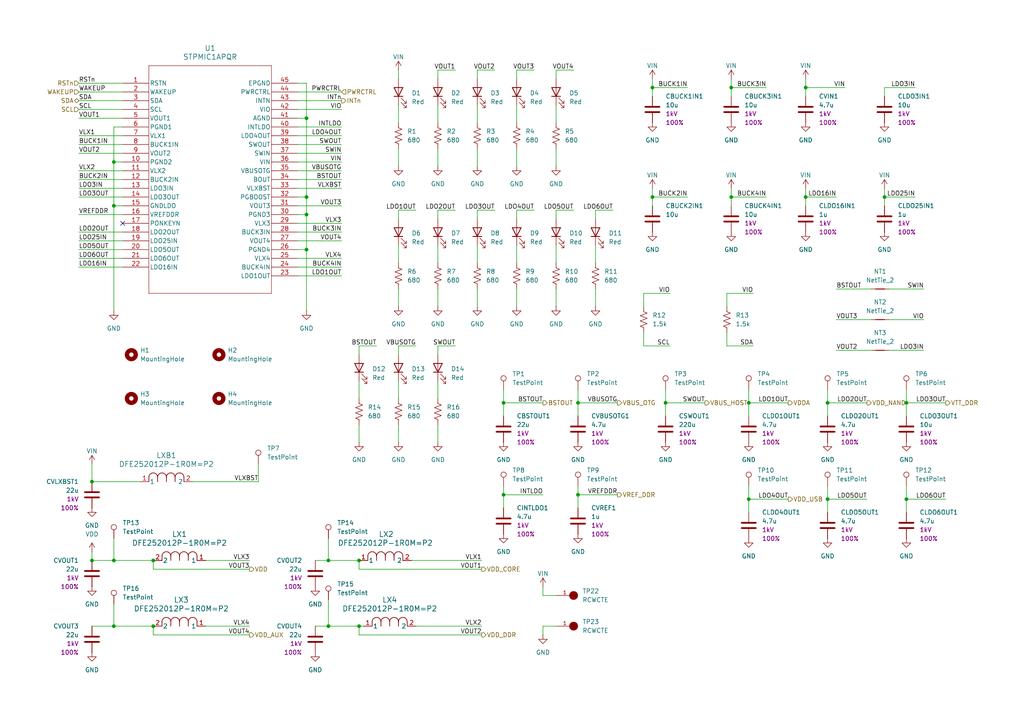
<source format=kicad_sch>
(kicad_sch (version 20231120) (generator "eeschema") (generator_version "8.0")
  (paper "A4")
  (bus_alias "BSTOUT" (members "SWIN"))
  (junction (at 95.25 181.61))
  (junction (at 146.05 143.51))
  (junction (at 167.64 143.51))
  (junction (at 33.02 181.61))
  (junction (at 262.89 116.84))
  (junction (at 189.23 25.4))
  (junction (at 212.09 57.15))
  (junction (at 33.02 59.69))
  (junction (at 44.45 181.61))
  (junction (at 217.17 144.78))
  (junction (at 33.02 46.99))
  (junction (at 44.45 162.56))
  (junction (at 88.9 72.39))
  (junction (at 217.17 116.84))
  (junction (at 88.9 34.29))
  (junction (at 26.67 139.7))
  (junction (at 193.04 116.84))
  (junction (at 189.23 57.15))
  (junction (at 104.14 181.61))
  (junction (at 88.9 57.15))
  (junction (at 88.9 62.23))
  (junction (at 240.03 116.84))
  (junction (at 26.67 162.56))
  (junction (at 256.54 57.15))
  (junction (at 104.14 162.56))
  (junction (at 262.89 144.78))
  (junction (at 146.05 116.84))
  (junction (at 233.68 25.4))
  (junction (at 167.64 116.84))
  (junction (at 212.09 25.4))
  (junction (at 240.03 144.78))
  (junction (at 233.68 57.15))
  (junction (at 95.25 162.56))
  (junction (at 33.02 162.56))
  (no_connect (at 35.56 64.77))
  (wire (pts (xy 26.67 160.02) (xy 26.67 162.56)))
  (wire (pts (xy 35.56 36.83) (xy 33.02 36.83)))
  (wire (pts (xy 86.36 31.75) (xy 99.06 31.75)))
  (wire (pts (xy 22.86 49.53) (xy 35.56 49.53)))
  (wire (pts (xy 86.36 26.67) (xy 99.06 26.67)))
  (wire (pts (xy 189.23 57.15) (xy 199.39 57.15)))
  (wire (pts (xy 146.05 140.97) (xy 146.05 143.51)))
  (wire (pts (xy 86.36 41.91) (xy 99.06 41.91)))
  (wire (pts (xy 240.03 144.78) (xy 251.46 144.78)))
  (wire (pts (xy 146.05 116.84) (xy 157.48 116.84)))
  (wire (pts (xy 22.86 34.29) (xy 35.56 34.29)))
  (wire (pts (xy 256.54 54.61) (xy 256.54 57.15)))
  (wire (pts (xy 104.14 162.56) (xy 95.25 162.56)))
  (wire (pts (xy 44.45 181.61) (xy 44.45 184.15)))
  (wire (pts (xy 115.57 60.96) (xy 115.57 63.5)))
  (wire (pts (xy 149.86 83.82) (xy 149.86 88.9)))
  (wire (pts (xy 233.68 25.4) (xy 233.68 27.94)))
  (wire (pts (xy 256.54 25.4) (xy 256.54 27.94)))
  (wire (pts (xy 138.43 60.96) (xy 143.51 60.96)))
  (wire (pts (xy 161.29 20.32) (xy 166.37 20.32)))
  (wire (pts (xy 86.36 59.69) (xy 99.06 59.69)))
  (wire (pts (xy 189.23 25.4) (xy 189.23 27.94)))
  (wire (pts (xy 233.68 54.61) (xy 233.68 57.15)))
  (wire (pts (xy 26.67 162.56) (xy 33.02 162.56)))
  (wire (pts (xy 120.65 181.61) (xy 139.7 181.61)))
  (wire (pts (xy 115.57 30.48) (xy 115.57 35.56)))
  (wire (pts (xy 212.09 57.15) (xy 222.25 57.15)))
  (wire (pts (xy 217.17 144.78) (xy 228.6 144.78)))
  (wire (pts (xy 22.86 31.75) (xy 35.56 31.75)))
  (wire (pts (xy 161.29 71.12) (xy 161.29 76.2)))
  (wire (pts (xy 104.14 100.33) (xy 104.14 102.87)))
  (wire (pts (xy 22.86 54.61) (xy 35.56 54.61)))
  (wire (pts (xy 22.86 44.45) (xy 35.56 44.45)))
  (wire (pts (xy 22.86 39.37) (xy 35.56 39.37)))
  (wire (pts (xy 86.36 62.23) (xy 88.9 62.23)))
  (wire (pts (xy 95.25 181.61) (xy 91.44 181.61)))
  (wire (pts (xy 86.36 57.15) (xy 88.9 57.15)))
  (wire (pts (xy 233.68 22.86) (xy 233.68 25.4)))
  (wire (pts (xy 189.23 57.15) (xy 189.23 59.69)))
  (wire (pts (xy 138.43 20.32) (xy 138.43 22.86)))
  (wire (pts (xy 146.05 120.65) (xy 146.05 116.84)))
  (wire (pts (xy 167.64 140.97) (xy 167.64 143.51)))
  (wire (pts (xy 167.64 116.84) (xy 179.07 116.84)))
  (wire (pts (xy 139.7 165.1) (xy 104.14 165.1)))
  (wire (pts (xy 127 123.19) (xy 127 128.27)))
  (wire (pts (xy 161.29 43.18) (xy 161.29 48.26)))
  (wire (pts (xy 186.69 85.09) (xy 194.31 85.09)))
  (wire (pts (xy 22.86 77.47) (xy 35.56 77.47)))
  (wire (pts (xy 189.23 22.86) (xy 189.23 25.4)))
  (wire (pts (xy 86.36 44.45) (xy 99.06 44.45)))
  (wire (pts (xy 86.36 77.47) (xy 99.06 77.47)))
  (wire (pts (xy 104.14 181.61) (xy 104.14 184.15)))
  (wire (pts (xy 240.03 148.59) (xy 240.03 144.78)))
  (wire (pts (xy 33.02 59.69) (xy 35.56 59.69)))
  (wire (pts (xy 257.81 101.6) (xy 267.97 101.6)))
  (wire (pts (xy 33.02 46.99) (xy 35.56 46.99)))
  (wire (pts (xy 86.36 67.31) (xy 99.06 67.31)))
  (wire (pts (xy 256.54 25.4) (xy 265.43 25.4)))
  (wire (pts (xy 104.14 181.61) (xy 95.25 181.61)))
  (wire (pts (xy 262.89 140.97) (xy 262.89 144.78)))
  (wire (pts (xy 138.43 20.32) (xy 143.51 20.32)))
  (wire (pts (xy 257.81 92.71) (xy 267.97 92.71)))
  (wire (pts (xy 157.48 181.61) (xy 157.48 184.15)))
  (wire (pts (xy 127 83.82) (xy 127 88.9)))
  (wire (pts (xy 86.36 72.39) (xy 88.9 72.39)))
  (wire (pts (xy 210.82 85.09) (xy 210.82 88.9)))
  (wire (pts (xy 127 60.96) (xy 132.08 60.96)))
  (wire (pts (xy 138.43 83.82) (xy 138.43 88.9)))
  (wire (pts (xy 104.14 123.19) (xy 104.14 128.27)))
  (wire (pts (xy 22.86 41.91) (xy 35.56 41.91)))
  (wire (pts (xy 256.54 57.15) (xy 265.43 57.15)))
  (wire (pts (xy 240.03 113.03) (xy 240.03 116.84)))
  (wire (pts (xy 86.36 80.01) (xy 99.06 80.01)))
  (wire (pts (xy 59.69 181.61) (xy 72.39 181.61)))
  (wire (pts (xy 217.17 140.97) (xy 217.17 144.78)))
  (wire (pts (xy 55.88 139.7) (xy 74.93 139.7)))
  (wire (pts (xy 88.9 72.39) (xy 88.9 90.17)))
  (wire (pts (xy 161.29 20.32) (xy 161.29 22.86)))
  (wire (pts (xy 172.72 60.96) (xy 177.8 60.96)))
  (wire (pts (xy 193.04 120.65) (xy 193.04 116.84)))
  (wire (pts (xy 217.17 148.59) (xy 217.17 144.78)))
  (wire (pts (xy 86.36 52.07) (xy 99.06 52.07)))
  (wire (pts (xy 262.89 120.65) (xy 262.89 116.84)))
  (wire (pts (xy 127 43.18) (xy 127 48.26)))
  (wire (pts (xy 33.02 181.61) (xy 44.45 181.61)))
  (wire (pts (xy 22.86 57.15) (xy 35.56 57.15)))
  (wire (pts (xy 157.48 170.18) (xy 157.48 172.72)))
  (wire (pts (xy 33.02 59.69) (xy 33.02 90.17)))
  (wire (pts (xy 138.43 30.48) (xy 138.43 35.56)))
  (wire (pts (xy 22.86 69.85) (xy 35.56 69.85)))
  (wire (pts (xy 86.36 36.83) (xy 99.06 36.83)))
  (wire (pts (xy 262.89 116.84) (xy 274.32 116.84)))
  (wire (pts (xy 167.64 113.03) (xy 167.64 116.84)))
  (wire (pts (xy 189.23 54.61) (xy 189.23 57.15)))
  (wire (pts (xy 86.36 64.77) (xy 99.06 64.77)))
  (wire (pts (xy 212.09 25.4) (xy 222.25 25.4)))
  (wire (pts (xy 115.57 83.82) (xy 115.57 88.9)))
  (wire (pts (xy 22.86 62.23) (xy 35.56 62.23)))
  (wire (pts (xy 242.57 101.6) (xy 252.73 101.6)))
  (wire (pts (xy 161.29 181.61) (xy 157.48 181.61)))
  (wire (pts (xy 127 60.96) (xy 127 63.5)))
  (wire (pts (xy 167.64 120.65) (xy 167.64 116.84)))
  (wire (pts (xy 240.03 116.84) (xy 251.46 116.84)))
  (wire (pts (xy 105.41 181.61) (xy 104.14 181.61)))
  (wire (pts (xy 86.36 39.37) (xy 99.06 39.37)))
  (wire (pts (xy 193.04 116.84) (xy 204.47 116.84)))
  (wire (pts (xy 104.14 110.49) (xy 104.14 115.57)))
  (wire (pts (xy 115.57 100.33) (xy 120.65 100.33)))
  (wire (pts (xy 262.89 144.78) (xy 274.32 144.78)))
  (wire (pts (xy 186.69 85.09) (xy 186.69 88.9)))
  (wire (pts (xy 167.64 147.32) (xy 167.64 143.51)))
  (wire (pts (xy 212.09 57.15) (xy 212.09 59.69)))
  (wire (pts (xy 88.9 24.13) (xy 88.9 34.29)))
  (wire (pts (xy 139.7 184.15) (xy 104.14 184.15)))
  (wire (pts (xy 115.57 43.18) (xy 115.57 48.26)))
  (wire (pts (xy 172.72 71.12) (xy 172.72 76.2)))
  (wire (pts (xy 33.02 156.21) (xy 33.02 162.56)))
  (wire (pts (xy 233.68 25.4) (xy 245.11 25.4)))
  (wire (pts (xy 210.82 96.52) (xy 210.82 100.33)))
  (wire (pts (xy 104.14 100.33) (xy 109.22 100.33)))
  (wire (pts (xy 26.67 181.61) (xy 33.02 181.61)))
  (wire (pts (xy 44.45 165.1) (xy 72.39 165.1)))
  (wire (pts (xy 86.36 46.99) (xy 99.06 46.99)))
  (wire (pts (xy 240.03 140.97) (xy 240.03 144.78)))
  (wire (pts (xy 115.57 100.33) (xy 115.57 102.87)))
  (wire (pts (xy 240.03 120.65) (xy 240.03 116.84)))
  (wire (pts (xy 22.86 24.13) (xy 35.56 24.13)))
  (wire (pts (xy 217.17 116.84) (xy 228.6 116.84)))
  (wire (pts (xy 86.36 34.29) (xy 88.9 34.29)))
  (wire (pts (xy 212.09 22.86) (xy 212.09 25.4)))
  (wire (pts (xy 95.25 156.21) (xy 95.25 162.56)))
  (wire (pts (xy 262.89 148.59) (xy 262.89 144.78)))
  (wire (pts (xy 95.25 173.99) (xy 95.25 181.61)))
  (wire (pts (xy 149.86 20.32) (xy 149.86 22.86)))
  (wire (pts (xy 59.69 162.56) (xy 72.39 162.56)))
  (wire (pts (xy 149.86 43.18) (xy 149.86 48.26)))
  (wire (pts (xy 115.57 60.96) (xy 120.65 60.96)))
  (wire (pts (xy 149.86 60.96) (xy 154.94 60.96)))
  (wire (pts (xy 22.86 29.21) (xy 35.56 29.21)))
  (wire (pts (xy 146.05 143.51) (xy 157.48 143.51)))
  (wire (pts (xy 212.09 25.4) (xy 212.09 27.94)))
  (wire (pts (xy 115.57 71.12) (xy 115.57 76.2)))
  (wire (pts (xy 193.04 113.03) (xy 193.04 116.84)))
  (wire (pts (xy 172.72 83.82) (xy 172.72 88.9)))
  (wire (pts (xy 40.64 139.7) (xy 26.67 139.7)))
  (wire (pts (xy 262.89 113.03) (xy 262.89 116.84)))
  (wire (pts (xy 138.43 71.12) (xy 138.43 76.2)))
  (wire (pts (xy 95.25 162.56) (xy 91.44 162.56)))
  (wire (pts (xy 86.36 69.85) (xy 99.06 69.85)))
  (wire (pts (xy 44.45 184.15) (xy 72.39 184.15)))
  (wire (pts (xy 127 20.32) (xy 127 22.86)))
  (wire (pts (xy 139.7 162.56) (xy 119.38 162.56)))
  (wire (pts (xy 74.93 134.62) (xy 74.93 139.7)))
  (wire (pts (xy 86.36 54.61) (xy 99.06 54.61)))
  (wire (pts (xy 33.02 46.99) (xy 33.02 59.69)))
  (wire (pts (xy 33.02 162.56) (xy 44.45 162.56)))
  (wire (pts (xy 189.23 25.4) (xy 199.39 25.4)))
  (wire (pts (xy 104.14 162.56) (xy 104.14 165.1)))
  (wire (pts (xy 127 20.32) (xy 132.08 20.32)))
  (wire (pts (xy 256.54 57.15) (xy 256.54 59.69)))
  (wire (pts (xy 88.9 62.23) (xy 88.9 72.39)))
  (wire (pts (xy 86.36 29.21) (xy 99.06 29.21)))
  (wire (pts (xy 161.29 30.48) (xy 161.29 35.56)))
  (wire (pts (xy 88.9 34.29) (xy 88.9 57.15)))
  (wire (pts (xy 127 100.33) (xy 127 102.87)))
  (wire (pts (xy 88.9 57.15) (xy 88.9 62.23)))
  (wire (pts (xy 146.05 113.03) (xy 146.05 116.84)))
  (wire (pts (xy 149.86 30.48) (xy 149.86 35.56)))
  (wire (pts (xy 172.72 60.96) (xy 172.72 63.5)))
  (wire (pts (xy 149.86 60.96) (xy 149.86 63.5)))
  (wire (pts (xy 149.86 71.12) (xy 149.86 76.2)))
  (wire (pts (xy 127 100.33) (xy 132.08 100.33)))
  (wire (pts (xy 127 110.49) (xy 127 115.57)))
  (wire (pts (xy 167.64 143.51) (xy 179.07 143.51)))
  (wire (pts (xy 22.86 72.39) (xy 35.56 72.39)))
  (wire (pts (xy 127 71.12) (xy 127 76.2)))
  (wire (pts (xy 210.82 85.09) (xy 218.44 85.09)))
  (wire (pts (xy 210.82 100.33) (xy 218.44 100.33)))
  (wire (pts (xy 257.81 83.82) (xy 267.97 83.82)))
  (wire (pts (xy 22.86 52.07) (xy 35.56 52.07)))
  (wire (pts (xy 22.86 26.67) (xy 35.56 26.67)))
  (wire (pts (xy 33.02 175.26) (xy 33.02 181.61)))
  (wire (pts (xy 233.68 57.15) (xy 242.57 57.15)))
  (wire (pts (xy 217.17 113.03) (xy 217.17 116.84)))
  (wire (pts (xy 233.68 57.15) (xy 233.68 59.69)))
  (wire (pts (xy 115.57 123.19) (xy 115.57 128.27)))
  (wire (pts (xy 86.36 49.53) (xy 99.06 49.53)))
  (wire (pts (xy 186.69 96.52) (xy 186.69 100.33)))
  (wire (pts (xy 161.29 60.96) (xy 161.29 63.5)))
  (wire (pts (xy 242.57 83.82) (xy 252.73 83.82)))
  (wire (pts (xy 115.57 20.32) (xy 115.57 22.86)))
  (wire (pts (xy 146.05 147.32) (xy 146.05 143.51)))
  (wire (pts (xy 33.02 36.83) (xy 33.02 46.99)))
  (wire (pts (xy 217.17 120.65) (xy 217.17 116.84)))
  (wire (pts (xy 86.36 74.93) (xy 99.06 74.93)))
  (wire (pts (xy 161.29 172.72) (xy 157.48 172.72)))
  (wire (pts (xy 161.29 60.96) (xy 166.37 60.96)))
  (wire (pts (xy 86.36 24.13) (xy 88.9 24.13)))
  (wire (pts (xy 44.45 162.56) (xy 44.45 165.1)))
  (wire (pts (xy 186.69 100.33) (xy 194.31 100.33)))
  (wire (pts (xy 22.86 74.93) (xy 35.56 74.93)))
  (wire (pts (xy 138.43 43.18) (xy 138.43 48.26)))
  (wire (pts (xy 115.57 110.49) (xy 115.57 115.57)))
  (wire (pts (xy 161.29 83.82) (xy 161.29 88.9)))
  (wire (pts (xy 242.57 92.71) (xy 252.73 92.71)))
  (wire (pts (xy 149.86 20.32) (xy 154.94 20.32)))
  (wire (pts (xy 138.43 60.96) (xy 138.43 63.5)))
  (wire (pts (xy 127 30.48) (xy 127 35.56)))
  (wire (pts (xy 22.86 67.31) (xy 35.56 67.31)))
  (wire (pts (xy 26.67 134.62) (xy 26.67 139.7)))
  (wire (pts (xy 212.09 54.61) (xy 212.09 57.15)))
  (label "LDO2OUT" (at 251.46 116.84 180))
  (label "INTLDO" (at 99.06 36.83 180))
  (label "VBUSOTG" (at 120.65 100.33 180))
  (label "BUCK2IN" (at 199.39 57.15 180))
  (label "BSTOUT" (at 109.22 100.33 180))
  (label "VOUT2" (at 143.51 20.32 180))
  (label "LDO1OUT" (at 99.06 80.01 180))
  (label "VLXBST" (at 74.93 139.7 180))
  (label "LDO6OUT" (at 22.86 74.93 0))
  (label "BUCK3IN" (at 222.25 25.4 180))
  (label "LDO1OUT" (at 120.65 60.96 180))
  (label "VBUSOTG" (at 99.06 49.53 180))
  (label "LDO3IN" (at 22.86 54.61 0))
  (label "VREFDDR" (at 179.07 143.51 180))
  (label "BUCK2IN" (at 22.86 52.07 0))
  (label "VIO" (at 218.44 85.09 180))
  (label "LDO5OUT" (at 166.37 60.96 180))
  (label "VIO" (at 267.97 92.71 180))
  (label "SDA" (at 22.86 29.21 0))
  (label "PWRCTRL" (at 99.06 26.67 180))
  (label "VOUT2" (at 22.86 44.45 0))
  (label "LDO3OUT" (at 143.51 60.96 180))
  (label "LDO25IN" (at 265.43 57.15 180))
  (label "SWOUT" (at 204.47 116.84 180))
  (label "SCL" (at 22.86 31.75 0))
  (label "VOUT1" (at 139.7 165.1 180))
  (label "LDO16IN" (at 22.86 77.47 0))
  (label "VIO" (at 99.06 31.75 180))
  (label "VLX3" (at 72.39 162.56 180))
  (label "BUCK1IN" (at 199.39 25.4 180))
  (label "VOUT3" (at 242.57 92.71 0))
  (label "LDO25IN" (at 22.86 69.85 0))
  (label "VOUT3" (at 99.06 59.69 180))
  (label "LDO3IN" (at 265.43 25.4 180))
  (label "VREFDDR" (at 22.86 62.23 0))
  (label "INTLDO" (at 157.48 143.51 180))
  (label "VLX4" (at 99.06 74.93 180))
  (label "VOUT2" (at 139.7 184.15 180))
  (label "VOUT4" (at 99.06 69.85 180))
  (label "LDO2OUT" (at 22.86 67.31 0))
  (label "VIO" (at 194.31 85.09 180))
  (label "LDO2OUT" (at 132.08 60.96 180))
  (label "VOUT1" (at 22.86 34.29 0))
  (label "VLX2" (at 139.7 181.61 180))
  (label "SCL" (at 194.31 100.33 180))
  (label "RSTn" (at 22.86 24.13 0))
  (label "VLX4" (at 72.39 181.61 180))
  (label "BSTOUT" (at 99.06 52.07 180))
  (label "VLX1" (at 139.7 162.56 180))
  (label "VLX3" (at 99.06 64.77 180))
  (label "VIN" (at 245.11 25.4 180))
  (label "INTn" (at 99.06 29.21 180))
  (label "VOUT4" (at 166.37 20.32 180))
  (label "BSTOUT" (at 242.57 83.82 0))
  (label "SWOUT" (at 99.06 41.91 180))
  (label "SWIN" (at 99.06 44.45 180))
  (label "LDO3OUT" (at 22.86 57.15 0))
  (label "SDA" (at 218.44 100.33 180))
  (label "VLX1" (at 22.86 39.37 0))
  (label "BUCK1IN" (at 22.86 41.91 0))
  (label "VOUT3" (at 154.94 20.32 180))
  (label "SWOUT" (at 132.08 100.33 180))
  (label "LDO4OUT" (at 99.06 39.37 180))
  (label "VLX2" (at 22.86 49.53 0))
  (label "LDO16IN" (at 242.57 57.15 180))
  (label "VIN" (at 99.06 46.99 180))
  (label "BSTOUT" (at 157.48 116.84 180))
  (label "LDO6OUT" (at 274.32 144.78 180))
  (label "BUCK3IN" (at 99.06 67.31 180))
  (label "LDO4OUT" (at 228.6 144.78 180))
  (label "WAKEUP" (at 22.86 26.67 0))
  (label "LDO1OUT" (at 228.6 116.84 180))
  (label "LDO5OUT" (at 22.86 72.39 0))
  (label "SWIN" (at 267.97 83.82 180))
  (label "VOUT2" (at 242.57 101.6 0))
  (label "LDO5OUT" (at 251.46 144.78 180))
  (label "LDO3OUT" (at 274.32 116.84 180))
  (label "LDO4OUT" (at 154.94 60.96 180))
  (label "VBUSOTG" (at 179.07 116.84 180))
  (label "LDO6OUT" (at 177.8 60.96 180))
  (label "VOUT1" (at 132.08 20.32 180))
  (label "LDO3IN" (at 267.97 101.6 180))
  (label "BUCK4IN" (at 222.25 57.15 180))
  (label "BUCK4IN" (at 99.06 77.47 180))
  (label "VOUT3" (at 72.39 165.1 180))
  (label "VOUT4" (at 72.39 184.15 180))
  (label "VLXBST" (at 99.06 54.61 180))
  (hierarchical_label "VDD_AUX" (shape output) (at 72.39 184.15 0))
  (hierarchical_label "PWRCTRL" (shape input) (at 99.06 26.67 0))
  (hierarchical_label "SCL" (shape input) (at 22.86 31.75 180))
  (hierarchical_label "VTT_DDR" (shape output) (at 274.32 116.84 0))
  (hierarchical_label "VDD_NAND" (shape output) (at 251.46 116.84 0))
  (hierarchical_label "VDD_CORE" (shape output) (at 139.7 165.1 0))
  (hierarchical_label "INTn" (shape output) (at 99.06 29.21 0))
  (hierarchical_label "VBUS_OTG" (shape output) (at 179.07 116.84 0))
  (hierarchical_label "VREF_DDR" (shape output) (at 179.07 143.51 0))
  (hierarchical_label "VBUS_HOST" (shape output) (at 204.47 116.84 0))
  (hierarchical_label "VDDA" (shape output) (at 228.6 116.84 0))
  (hierarchical_label "WAKEUP" (shape input) (at 22.86 26.67 180))
  (hierarchical_label "SDA" (shape bidirectional) (at 22.86 29.21 180))
  (hierarchical_label "VDD_DDR" (shape output) (at 139.7 184.15 0))
  (hierarchical_label "BSTOUT" (shape output) (at 157.48 116.84 0))
  (hierarchical_label "VDD_USB" (shape output) (at 228.6 144.78 0))
  (hierarchical_label "RSTn" (shape input) (at 22.86 24.13 180))
  (hierarchical_label "VDD" (shape output) (at 72.39 165.1 0))
  (symbol (lib_id "power:GND") (at 217.17 128.27 0) (unit 1)
    (property "Reference" "#PWR040" (effects (hide yes)))
    (property "Value" "GND" (at 217.17 133.35 0))
    (property "Description" "Power symbol creates a global label with name \"GND\" , ground" (effects (hide yes)))
  )
  (symbol (lib_id "SparkFun-PowerSymbol:VIN") (at 233.68 22.86 0) (unit 1)
    (property "Reference" "#PWR07" (effects (hide yes)))
    (property "Value" "VIN" (at 233.68 19.05 0))
    (property "Description" "Power symbol creates a global label with name \"VIN\"" (effects (hide yes)))
  )
  (symbol (lib_id "SparkFun-Capacitor:C") (at 240.03 152.4 0) (unit 1)
    (property "Reference" "CLDO5OUT1" (at 243.84 148.5899 0) (effects (justify left)))
    (property "Value" "4.7u" (at 243.84 151.1299 0) (effects (justify left)))
    (property "Footprint" "Capacitor_SMD:C_0402_1005Metric" (effects (hide yes)))
    (property "Datasheet" "https://cdn.sparkfun.com/assets/8/a/4/a/5/Kemet_Capacitor_Datasheet.pdf" (effects (hide yes)))
    (property "Description" "Unpolarized capacitor" (effects (hide yes)))
    (property "PROD_ID" "CAP-00000" (effects (hide yes)))
    (property "Voltage" "1kV" (at 243.84 153.6699 0) (effects (justify left)))
    (property "Tolerance" "100%" (at 243.84 156.2099 0) (effects (justify left)))
  )
  (symbol (lib_id "SparkFun-PowerSymbol:VIN") (at 26.67 134.62 0) (mirror y) (unit 1)
    (property "Reference" "#PWR043" (effects (hide yes)))
    (property "Value" "VIN" (at 26.67 130.81 0))
    (property "Description" "Power symbol creates a global label with name \"VIN\"" (effects (hide yes)))
  )
  (symbol (lib_id "Connector:TestPoint") (at 74.93 134.62 0) (unit 1)
    (property "Reference" "TP7" (at 77.47 130.0479 0) (effects (justify left)))
    (property "Value" "TestPoint" (at 77.47 132.5879 0) (effects (justify left)))
    (property "Footprint" "SparkFun-Connector:TestPoint-0.5mm" (effects (hide yes)))
    (property "Description" "test point" (effects (hide yes)))
  )
  (symbol (lib_id "Connector:TestPoint") (at 167.64 113.03 0) (unit 1)
    (property "Reference" "TP2" (at 170.18 108.4579 0) (effects (justify left)))
    (property "Value" "TestPoint" (at 170.18 110.9979 0) (effects (justify left)))
    (property "Footprint" "SparkFun-Connector:TestPoint-0.5mm" (effects (hide yes)))
    (property "Description" "test point" (effects (hide yes)))
  )
  (symbol (lib_id "power:GND") (at 127 128.27 0) (unit 1)
    (property "Reference" "#PWR036" (effects (hide yes)))
    (property "Value" "GND" (at 127 133.35 0))
    (property "Description" "Power symbol creates a global label with name \"GND\" , ground" (effects (hide yes)))
  )
  (symbol (lib_id "power:GND") (at 212.09 67.31 0) (unit 1)
    (property "Reference" "#PWR023" (effects (hide yes)))
    (property "Value" "GND" (at 212.09 72.39 0))
    (property "Description" "Power symbol creates a global label with name \"GND\" , ground" (effects (hide yes)))
  )
  (symbol (lib_id "SparkFun-LED:LED_Red_0603") (at 138.43 67.31 90) (unit 1)
    (property "Reference" "D8" (at 142.24 67.6274 90) (effects (justify right)))
    (property "Value" "Red" (at 142.24 70.1674 90) (effects (justify right)))
    (property "Footprint" "SparkFun-LED:LED_0603_1608Metric" (effects (hide yes)))
    (property "Datasheet" "https://docs.broadcom.com/docs/AV02-0551EN" (effects (hide yes)))
    (property "Description" "Light emitting diode" (effects (hide yes)))
    (property "PROD_ID" "DIO-17976" (effects (hide yes)))
  )
  (symbol (lib_id "Connector:TestPoint") (at 146.05 140.97 0) (unit 1)
    (property "Reference" "TP8" (at 148.59 136.3979 0) (effects (justify left)))
    (property "Value" "TestPoint" (at 148.59 138.9379 0) (effects (justify left)))
    (property "Footprint" "SparkFun-Connector:TestPoint-0.5mm" (effects (hide yes)))
    (property "Description" "test point" (effects (hide yes)))
  )
  (symbol (lib_id "Mechanical:MountingHole") (at 63.5 102.87 0) (unit 1) (exclude_from_sim yes) (in_bom no)
    (property "Reference" "H2" (at 66.04 101.5999 0) (effects (justify left)))
    (property "Value" "MountingHole" (at 66.04 104.1399 0) (effects (justify left)))
    (property "Footprint" "MountingHole:MountingHole_3.2mm_M3" (effects (hide yes)))
    (property "Description" "Mounting Hole without connection" (effects (hide yes)))
  )
  (symbol (lib_id "power:GND") (at 138.43 88.9 0) (unit 1)
    (property "Reference" "#PWR028" (effects (hide yes)))
    (property "Value" "GND" (at 138.43 93.98 0))
    (property "Description" "Power symbol creates a global label with name \"GND\" , ground" (effects (hide yes)))
  )
  (symbol (lib_id "power:GND") (at 189.23 67.31 0) (unit 1)
    (property "Reference" "#PWR022" (effects (hide yes)))
    (property "Value" "GND" (at 189.23 72.39 0))
    (property "Description" "Power symbol creates a global label with name \"GND\" , ground" (effects (hide yes)))
  )
  (symbol (lib_id "Device:NetTie_2") (at 255.27 83.82 0) (unit 1) (in_bom no)
    (property "Reference" "NT1" (at 255.27 78.74 0))
    (property "Value" "NetTie_2" (at 255.27 81.28 0))
    (property "Footprint" "NetTie:NetTie-2_SMD_Pad0.5mm" (effects (hide yes)))
    (property "Description" "Net tie, 2 pins" (effects (hide yes)))
  )
  (symbol (lib_id "SparkFun-Resistor:R") (at 138.43 80.01 90) (unit 1)
    (property "Reference" "R8" (at 140.97 78.7399 90) (effects (justify right)))
    (property "Value" "680" (at 140.97 81.2799 90) (effects (justify right)))
    (property "Footprint" "Resistor_SMD:R_0402_1005Metric" (effects (hide yes)))
    (property "Description" "Resistor" (effects (hide yes)))
    (property "PROD_ID" "RES-07856" (effects (hide yes)))
  )
  (symbol (lib_id "SparkFun-Resistor:R") (at 186.69 92.71 90) (unit 1)
    (property "Reference" "R12" (at 189.23 91.4399 90) (effects (justify right)))
    (property "Value" "1.5k" (at 189.23 93.9799 90) (effects (justify right)))
    (property "Footprint" "Resistor_SMD:R_0402_1005Metric" (effects (hide yes)))
    (property "Datasheet" "https://www.vishay.com/docs/20035/dcrcwe3.pdf" (effects (hide yes)))
    (property "Description" "Resistor" (effects (hide yes)))
    (property "PROD_ID" "RES-07856" (effects (hide yes)))
  )
  (symbol (lib_id "Connector:TestPoint") (at 33.02 156.21 0) (unit 1)
    (property "Reference" "TP13" (at 35.56 151.6379 0) (effects (justify left)))
    (property "Value" "TestPoint" (at 35.56 154.1779 0) (effects (justify left)))
    (property "Footprint" "SparkFun-Connector:TestPoint-0.5mm" (effects (hide yes)))
    (property "Description" "test point" (effects (hide yes)))
  )
  (symbol (lib_id "SparkFun-PowerSymbol:VIN") (at 212.09 22.86 0) (unit 1)
    (property "Reference" "#PWR06" (effects (hide yes)))
    (property "Value" "VIN" (at 212.09 19.05 0))
    (property "Description" "Power symbol creates a global label with name \"VIN\"" (effects (hide yes)))
  )
  (symbol (lib_id "Connector:TestPoint") (at 193.04 113.03 0) (unit 1)
    (property "Reference" "TP3" (at 195.58 108.4579 0) (effects (justify left)))
    (property "Value" "TestPoint" (at 195.58 110.9979 0) (effects (justify left)))
    (property "Footprint" "SparkFun-Connector:TestPoint-0.5mm" (effects (hide yes)))
    (property "Description" "test point" (effects (hide yes)))
  )
  (symbol (lib_id "SparkFun-Capacitor:C") (at 262.89 152.4 0) (unit 1)
    (property "Reference" "CLDO6OUT1" (at 266.7 148.5899 0) (effects (justify left)))
    (property "Value" "4.7u" (at 266.7 151.1299 0) (effects (justify left)))
    (property "Footprint" "Capacitor_SMD:C_0402_1005Metric" (effects (hide yes)))
    (property "Datasheet" "https://cdn.sparkfun.com/assets/8/a/4/a/5/Kemet_Capacitor_Datasheet.pdf" (effects (hide yes)))
    (property "Description" "Unpolarized capacitor" (effects (hide yes)))
    (property "PROD_ID" "CAP-00000" (effects (hide yes)))
    (property "Voltage" "1kV" (at 266.7 153.6699 0) (effects (justify left)))
    (property "Tolerance" "100%" (at 266.7 156.2099 0) (effects (justify left)))
  )
  (symbol (lib_id "SparkFun-Capacitor:C") (at 167.64 124.46 0) (unit 1)
    (property "Reference" "CVBUSOTG1" (at 171.45 120.6499 0) (effects (justify left)))
    (property "Value" "4.7u" (at 171.45 123.1899 0) (effects (justify left)))
    (property "Footprint" "Capacitor_SMD:C_0603_1608Metric" (effects (hide yes)))
    (property "Datasheet" "https://cdn.sparkfun.com/assets/8/a/4/a/5/Kemet_Capacitor_Datasheet.pdf" (effects (hide yes)))
    (property "Description" "Unpolarized capacitor" (effects (hide yes)))
    (property "PROD_ID" "CAP-00000" (effects (hide yes)))
    (property "Voltage" "1kV" (at 171.45 125.7299 0) (effects (justify left)))
    (property "Tolerance" "100%" (at 171.45 128.2699 0) (effects (justify left)))
  )
  (symbol (lib_id "SparkFun-PowerSymbol:VIN") (at 212.09 54.61 0) (unit 1)
    (property "Reference" "#PWR019" (effects (hide yes)))
    (property "Value" "VIN" (at 212.09 50.8 0))
    (property "Description" "Power symbol creates a global label with name \"VIN\"" (effects (hide yes)))
  )
  (symbol (lib_id "power:GND") (at 33.02 90.17 0) (unit 1)
    (property "Reference" "#PWR032" (effects (hide yes)))
    (property "Value" "GND" (at 33.02 95.25 0))
    (property "Description" "Power symbol creates a global label with name \"GND\" , ground" (effects (hide yes)))
  )
  (symbol (lib_id "SparkFun-Resistor:R") (at 115.57 80.01 90) (unit 1)
    (property "Reference" "R6" (at 118.11 78.7399 90) (effects (justify right)))
    (property "Value" "680" (at 118.11 81.2799 90) (effects (justify right)))
    (property "Footprint" "Resistor_SMD:R_0402_1005Metric" (effects (hide yes)))
    (property "Description" "Resistor" (effects (hide yes)))
    (property "PROD_ID" "RES-07856" (effects (hide yes)))
  )
  (symbol (lib_id "power:GND") (at 26.67 170.18 0) (unit 1)
    (property "Reference" "#PWR051" (effects (hide yes)))
    (property "Value" "GND" (at 26.67 175.26 0))
    (property "Description" "Power symbol creates a global label with name \"GND\" , ground" (effects (hide yes)))
  )
  (symbol (lib_id "Connector:TestPoint") (at 217.17 140.97 0) (unit 1)
    (property "Reference" "TP10" (at 219.71 136.3979 0) (effects (justify left)))
    (property "Value" "TestPoint" (at 219.71 138.9379 0) (effects (justify left)))
    (property "Footprint" "SparkFun-Connector:TestPoint-0.5mm" (effects (hide yes)))
    (property "Description" "test point" (effects (hide yes)))
  )
  (symbol (lib_id "power:GND") (at 146.05 128.27 0) (unit 1)
    (property "Reference" "#PWR037" (effects (hide yes)))
    (property "Value" "GND" (at 146.05 133.35 0))
    (property "Description" "Power symbol creates a global label with name \"GND\" , ground" (effects (hide yes)))
  )
  (symbol (lib_id "SparkFun-LED:LED_Red_0603") (at 127 26.67 90) (unit 1)
    (property "Reference" "D2" (at 130.81 26.9874 90) (effects (justify right)))
    (property "Value" "Red" (at 130.81 29.5274 90) (effects (justify right)))
    (property "Footprint" "SparkFun-LED:LED_0603_1608Metric" (effects (hide yes)))
    (property "Datasheet" "https://docs.broadcom.com/docs/AV02-0551EN" (effects (hide yes)))
    (property "Description" "Light emitting diode" (effects (hide yes)))
    (property "PROD_ID" "DIO-17976" (effects (hide yes)))
  )
  (symbol (lib_id "Connector:TestPoint") (at 262.89 140.97 0) (unit 1)
    (property "Reference" "TP12" (at 265.43 136.3979 0) (effects (justify left)))
    (property "Value" "TestPoint" (at 265.43 138.9379 0) (effects (justify left)))
    (property "Footprint" "SparkFun-Connector:TestPoint-0.5mm" (effects (hide yes)))
    (property "Description" "test point" (effects (hide yes)))
  )
  (symbol (lib_id "power:GND") (at 233.68 67.31 0) (unit 1)
    (property "Reference" "#PWR024" (effects (hide yes)))
    (property "Value" "GND" (at 233.68 72.39 0))
    (property "Description" "Power symbol creates a global label with name \"GND\" , ground" (effects (hide yes)))
  )
  (symbol (lib_id "SparkFun-LED:LED_Red_0603") (at 127 106.68 90) (unit 1)
    (property "Reference" "D14" (at 130.81 106.9974 90) (effects (justify right)))
    (property "Value" "Red" (at 130.81 109.5374 90) (effects (justify right)))
    (property "Footprint" "SparkFun-LED:LED_0603_1608Metric" (effects (hide yes)))
    (property "Datasheet" "https://docs.broadcom.com/docs/AV02-0551EN" (effects (hide yes)))
    (property "Description" "Light emitting diode" (effects (hide yes)))
    (property "PROD_ID" "DIO-17976" (effects (hide yes)))
  )
  (symbol (lib_id "SparkFun-Capacitor:C") (at 262.89 124.46 0) (unit 1)
    (property "Reference" "CLDO3OUT1" (at 266.7 120.6499 0) (effects (justify left)))
    (property "Value" "10u" (at 266.7 123.1899 0) (effects (justify left)))
    (property "Footprint" "Capacitor_SMD:C_0603_1608Metric" (effects (hide yes)))
    (property "Datasheet" "https://cdn.sparkfun.com/assets/8/a/4/a/5/Kemet_Capacitor_Datasheet.pdf" (effects (hide yes)))
    (property "Description" "Unpolarized capacitor" (effects (hide yes)))
    (property "PROD_ID" "CAP-00000" (effects (hide yes)))
    (property "Voltage" "1kV" (at 266.7 125.7299 0) (effects (justify left)))
    (property "Tolerance" "100%" (at 266.7 128.2699 0) (effects (justify left)))
  )
  (symbol (lib_id "power:GND") (at 217.17 156.21 0) (unit 1)
    (property "Reference" "#PWR047" (effects (hide yes)))
    (property "Value" "GND" (at 217.17 161.29 0))
    (property "Description" "Power symbol creates a global label with name \"GND\" , ground" (effects (hide yes)))
  )
  (symbol (lib_id "power:GND") (at 167.64 128.27 0) (unit 1)
    (property "Reference" "#PWR038" (effects (hide yes)))
    (property "Value" "GND" (at 167.64 133.35 0))
    (property "Description" "Power symbol creates a global label with name \"GND\" , ground" (effects (hide yes)))
  )
  (symbol (lib_id "power:GND") (at 240.03 156.21 0) (unit 1)
    (property "Reference" "#PWR048" (effects (hide yes)))
    (property "Value" "GND" (at 240.03 161.29 0))
    (property "Description" "Power symbol creates a global label with name \"GND\" , ground" (effects (hide yes)))
  )
  (symbol (lib_id "power:GND") (at 193.04 128.27 0) (unit 1)
    (property "Reference" "#PWR039" (effects (hide yes)))
    (property "Value" "GND" (at 193.04 133.35 0))
    (property "Description" "Power symbol creates a global label with name \"GND\" , ground" (effects (hide yes)))
  )
  (symbol (lib_id "SparkFun-LED:LED_Red_0603") (at 138.43 26.67 90) (unit 1)
    (property "Reference" "D3" (at 142.24 26.9874 90) (effects (justify right)))
    (property "Value" "Red" (at 142.24 29.5274 90) (effects (justify right)))
    (property "Footprint" "SparkFun-LED:LED_0603_1608Metric" (effects (hide yes)))
    (property "Datasheet" "https://docs.broadcom.com/docs/AV02-0551EN" (effects (hide yes)))
    (property "Description" "Light emitting diode" (effects (hide yes)))
    (property "PROD_ID" "DIO-17976" (effects (hide yes)))
  )
  (symbol (lib_id "SparkFun-Capacitor:C") (at 193.04 124.46 0) (unit 1)
    (property "Reference" "CSWOUT1" (at 196.85 120.6499 0) (effects (justify left)))
    (property "Value" "220u" (at 196.85 123.1899 0) (effects (justify left)))
    (property "Footprint" "Capacitor_SMD:C_1206_3216Metric" (effects (hide yes)))
    (property "Datasheet" "https://cdn.sparkfun.com/assets/8/a/4/a/5/Kemet_Capacitor_Datasheet.pdf" (effects (hide yes)))
    (property "Description" "Unpolarized capacitor" (effects (hide yes)))
    (property "PROD_ID" "CAP-00000" (effects (hide yes)))
    (property "Voltage" "1kV" (at 196.85 125.7299 0) (effects (justify left)))
    (property "Tolerance" "100%" (at 196.85 128.2699 0) (effects (justify left)))
  )
  (symbol (lib_id "power:GND") (at 88.9 90.17 0) (unit 1)
    (property "Reference" "#PWR033" (effects (hide yes)))
    (property "Value" "GND" (at 88.9 95.25 0))
    (property "Description" "Power symbol creates a global label with name \"GND\" , ground" (effects (hide yes)))
  )
  (symbol (lib_id "SparkFun-Capacitor:C") (at 189.23 63.5 0) (unit 1)
    (property "Reference" "CBUCK2IN1" (at 193.04 59.6899 0) (effects (justify left)))
    (property "Value" "10u" (at 193.04 62.2299 0) (effects (justify left)))
    (property "Footprint" "Capacitor_SMD:C_0603_1608Metric" (effects (hide yes)))
    (property "Description" "Unpolarized capacitor" (effects (hide yes)))
    (property "PROD_ID" "CAP-00000" (effects (hide yes)))
  )
  (symbol (lib_id "SparkFun-Capacitor:C") (at 240.03 124.46 0) (unit 1)
    (property "Reference" "CLDO2OUT1" (at 243.84 120.6499 0) (effects (justify left)))
    (property "Value" "4.7u" (at 243.84 123.1899 0) (effects (justify left)))
    (property "Footprint" "Capacitor_SMD:C_0402_1005Metric" (effects (hide yes)))
    (property "Datasheet" "https://cdn.sparkfun.com/assets/8/a/4/a/5/Kemet_Capacitor_Datasheet.pdf" (effects (hide yes)))
    (property "Description" "Unpolarized capacitor" (effects (hide yes)))
    (property "PROD_ID" "CAP-00000" (effects (hide yes)))
    (property "Voltage" "1kV" (at 243.84 125.7299 0) (effects (justify left)))
    (property "Tolerance" "100%" (at 243.84 128.2699 0) (effects (justify left)))
  )
  (symbol (lib_id "Device:NetTie_2") (at 255.27 92.71 0) (unit 1) (in_bom no)
    (property "Reference" "NT2" (at 255.27 87.63 0))
    (property "Value" "NetTie_2" (at 255.27 90.17 0))
    (property "Footprint" "NetTie:NetTie-2_SMD_Pad0.5mm" (effects (hide yes)))
    (property "Description" "Net tie, 2 pins" (effects (hide yes)))
  )
  (symbol (lib_id "power:GND") (at 127 48.26 0) (unit 1)
    (property "Reference" "#PWR014" (effects (hide yes)))
    (property "Value" "GND" (at 127 53.34 0))
    (property "Description" "Power symbol creates a global label with name \"GND\" , ground" (effects (hide yes)))
  )
  (symbol (lib_id "SparkFun-LED:LED_Red_0603") (at 172.72 67.31 90) (unit 1)
    (property "Reference" "D11" (at 176.53 67.6274 90) (effects (justify right)))
    (property "Value" "Red" (at 176.53 70.1674 90) (effects (justify right)))
    (property "Footprint" "SparkFun-LED:LED_0603_1608Metric" (effects (hide yes)))
    (property "Datasheet" "https://docs.broadcom.com/docs/AV02-0551EN" (effects (hide yes)))
    (property "Description" "Light emitting diode" (effects (hide yes)))
    (property "PROD_ID" "DIO-17976" (effects (hide yes)))
  )
  (symbol (lib_id "SparkFun-Capacitor:C") (at 189.23 31.75 0) (unit 1)
    (property "Reference" "CBUCK1IN1" (at 193.04 27.9399 0) (effects (justify left)))
    (property "Value" "10u" (at 193.04 30.4799 0) (effects (justify left)))
    (property "Footprint" "Capacitor_SMD:C_0603_1608Metric" (effects (hide yes)))
    (property "Datasheet" "https://cdn.sparkfun.com/assets/8/a/4/a/5/Kemet_Capacitor_Datasheet.pdf" (effects (hide yes)))
    (property "Description" "Unpolarized capacitor" (effects (hide yes)))
    (property "PROD_ID" "CAP-00000" (effects (hide yes)))
    (property "Voltage" "1kV" (at 193.04 33.0199 0) (effects (justify left)))
    (property "Tolerance" "100%" (at 193.04 35.5599 0) (effects (justify left)))
  )
  (symbol (lib_id "Connector:TestPoint") (at 95.25 173.99 0) (unit 1)
    (property "Reference" "TP15" (at 97.79 169.4179 0) (effects (justify left)))
    (property "Value" "TestPoint" (at 97.79 171.9579 0) (effects (justify left)))
    (property "Footprint" "SparkFun-Connector:TestPoint-0.5mm" (effects (hide yes)))
    (property "Description" "test point" (effects (hide yes)))
  )
  (symbol (lib_id "STPMIC1APQR:STPMIC1APQR") (at 35.56 24.13 0) (unit 1)
    (property "Reference" "U1" (at 60.96 13.97 0) (effects (font (size 1.524 1.524))))
    (property "Value" "STPMIC1APQR" (at 60.96 16.51 0) (effects (font (size 1.524 1.524))))
    (property "Footprint" "footprints:WFQFN44_5X6_STM" (effects (hide yes)))
    (property "Datasheet" "STPMIC1APQR" (effects (hide yes)))
  )
  (symbol (lib_id "SparkFun-Resistor:R") (at 127 39.37 90) (unit 1)
    (property "Reference" "R2" (at 129.54 38.0999 90) (effects (justify right)))
    (property "Value" "680" (at 129.54 40.6399 90) (effects (justify right)))
    (property "Footprint" "Resistor_SMD:R_0402_1005Metric" (effects (hide yes)))
    (property "Description" "Resistor" (effects (hide yes)))
    (property "PROD_ID" "RES-07856" (effects (hide yes)))
  )
  (symbol (lib_id "SparkFun-Capacitor:C") (at 167.64 151.13 0) (unit 1)
    (property "Reference" "CVREF1" (at 171.45 147.3199 0) (effects (justify left)))
    (property "Value" "1u" (at 171.45 149.8599 0) (effects (justify left)))
    (property "Footprint" "Capacitor_SMD:C_0402_1005Metric" (effects (hide yes)))
    (property "Datasheet" "https://cdn.sparkfun.com/assets/8/a/4/a/5/Kemet_Capacitor_Datasheet.pdf" (effects (hide yes)))
    (property "Description" "Unpolarized capacitor" (effects (hide yes)))
    (property "PROD_ID" "CAP-00000" (effects (hide yes)))
    (property "Voltage" "1kV" (at 171.45 152.3999 0) (effects (justify left)))
    (property "Tolerance" "100%" (at 171.45 154.9399 0) (effects (justify left)))
  )
  (symbol (lib_id "SparkFun-Capacitor:C") (at 26.67 143.51 0) (mirror y) (unit 1)
    (property "Reference" "CVLXBST1" (at 22.86 139.6999 0) (effects (justify left)))
    (property "Value" "22u" (at 22.86 142.2399 0) (effects (justify left)))
    (property "Footprint" "Capacitor_SMD:C_0603_1608Metric" (effects (hide yes)))
    (property "Datasheet" "https://cdn.sparkfun.com/assets/8/a/4/a/5/Kemet_Capacitor_Datasheet.pdf" (effects (hide yes)))
    (property "Description" "Unpolarized capacitor" (effects (hide yes)))
    (property "PROD_ID" "CAP-00000" (effects (hide yes)))
    (property "Voltage" "1kV" (at 22.86 144.7799 0) (effects (justify left)))
    (property "Tolerance" "100%" (at 22.86 147.3199 0) (effects (justify left)))
  )
  (symbol (lib_id "SparkFun-PowerSymbol:VIN") (at 256.54 54.61 0) (unit 1)
    (property "Reference" "#PWR021" (effects (hide yes)))
    (property "Value" "VIN" (at 256.54 50.8 0))
    (property "Description" "Power symbol creates a global label with name \"VIN\"" (effects (hide yes)))
  )
  (symbol (lib_id "power:GND") (at 91.44 170.18 0) (mirror y) (unit 1)
    (property "Reference" "#PWR052" (effects (hide yes)))
    (property "Value" "GND" (at 91.44 175.26 0))
    (property "Description" "Power symbol creates a global label with name \"GND\" , ground" (effects (hide yes)))
  )
  (symbol (lib_id "SparkFun-Capacitor:C") (at 146.05 151.13 0) (unit 1)
    (property "Reference" "CINTLDO1" (at 149.86 147.3199 0) (effects (justify left)))
    (property "Value" "4.7u" (at 149.86 149.8599 0) (effects (justify left)))
    (property "Footprint" "Capacitor_SMD:C_0402_1005Metric" (effects (hide yes)))
    (property "Datasheet" "https://cdn.sparkfun.com/assets/8/a/4/a/5/Kemet_Capacitor_Datasheet.pdf" (effects (hide yes)))
    (property "Description" "Unpolarized capacitor" (effects (hide yes)))
    (property "PROD_ID" "CAP-00000" (effects (hide yes)))
    (property "Voltage" "1kV" (at 149.86 152.3999 0) (effects (justify left)))
    (property "Tolerance" "100%" (at 149.86 154.9399 0) (effects (justify left)))
  )
  (symbol (lib_id "power:GND") (at 189.23 35.56 0) (unit 1)
    (property "Reference" "#PWR09" (effects (hide yes)))
    (property "Value" "GND" (at 189.23 40.64 0))
    (property "Description" "Power symbol creates a global label with name \"GND\" , ground" (effects (hide yes)))
  )
  (symbol (lib_id "SparkFun-Resistor:R") (at 138.43 39.37 90) (unit 1)
    (property "Reference" "R3" (at 140.97 38.0999 90) (effects (justify right)))
    (property "Value" "680" (at 140.97 40.6399 90) (effects (justify right)))
    (property "Footprint" "Resistor_SMD:R_0402_1005Metric" (effects (hide yes)))
    (property "Description" "Resistor" (effects (hide yes)))
    (property "PROD_ID" "RES-07856" (effects (hide yes)))
  )
  (symbol (lib_id "power:GND") (at 146.05 154.94 0) (unit 1)
    (property "Reference" "#PWR045" (effects (hide yes)))
    (property "Value" "GND" (at 146.05 160.02 0))
    (property "Description" "Power symbol creates a global label with name \"GND\" , ground" (effects (hide yes)))
  )
  (symbol (lib_id "SparkFun-Capacitor:C") (at 233.68 63.5 0) (unit 1)
    (property "Reference" "CLDO16IN1" (at 237.49 59.6899 0) (effects (justify left)))
    (property "Value" "1u" (at 237.49 62.2299 0) (effects (justify left)))
    (property "Footprint" "Capacitor_SMD:C_0402_1005Metric" (effects (hide yes)))
    (property "Datasheet" "https://cdn.sparkfun.com/assets/8/a/4/a/5/Kemet_Capacitor_Datasheet.pdf" (effects (hide yes)))
    (property "Description" "Unpolarized capacitor" (effects (hide yes)))
    (property "PROD_ID" "CAP-00000" (effects (hide yes)))
    (property "Voltage" "1kV" (at 237.49 64.7699 0) (effects (justify left)))
    (property "Tolerance" "100%" (at 237.49 67.3099 0) (effects (justify left)))
  )
  (symbol (lib_id "SparkFun-LED:LED_Red_0603") (at 161.29 67.31 90) (unit 1)
    (property "Reference" "D10" (at 165.1 67.6274 90) (effects (justify right)))
    (property "Value" "Red" (at 165.1 70.1674 90) (effects (justify right)))
    (property "Footprint" "SparkFun-LED:LED_0603_1608Metric" (effects (hide yes)))
    (property "Datasheet" "https://docs.broadcom.com/docs/AV02-0551EN" (effects (hide yes)))
    (property "Description" "Light emitting diode" (effects (hide yes)))
    (property "PROD_ID" "DIO-17976" (effects (hide yes)))
  )
  (symbol (lib_id "SparkFun-Resistor:R") (at 149.86 39.37 90) (unit 1)
    (property "Reference" "R4" (at 152.4 38.0999 90) (effects (justify right)))
    (property "Value" "680" (at 152.4 40.6399 90) (effects (justify right)))
    (property "Footprint" "Resistor_SMD:R_0402_1005Metric" (effects (hide yes)))
    (property "Description" "Resistor" (effects (hide yes)))
    (property "PROD_ID" "RES-07856" (effects (hide yes)))
  )
  (symbol (lib_id "Mechanical:MountingHole") (at 38.1 115.57 0) (unit 1) (exclude_from_sim yes) (in_bom no)
    (property "Reference" "H3" (at 40.64 114.2999 0) (effects (justify left)))
    (property "Value" "MountingHole" (at 40.64 116.8399 0) (effects (justify left)))
    (property "Footprint" "MountingHole:MountingHole_3.2mm_M3" (effects (hide yes)))
    (property "Description" "Mounting Hole without connection" (effects (hide yes)))
  )
  (symbol (lib_id "power:GND") (at 262.89 156.21 0) (unit 1)
    (property "Reference" "#PWR049" (effects (hide yes)))
    (property "Value" "GND" (at 262.89 161.29 0))
    (property "Description" "Power symbol creates a global label with name \"GND\" , ground" (effects (hide yes)))
  )
  (symbol (lib_id "SparkFun-Resistor:R") (at 127 80.01 90) (unit 1)
    (property "Reference" "R7" (at 129.54 78.7399 90) (effects (justify right)))
    (property "Value" "680" (at 129.54 81.2799 90) (effects (justify right)))
    (property "Footprint" "Resistor_SMD:R_0402_1005Metric" (effects (hide yes)))
    (property "Description" "Resistor" (effects (hide yes)))
    (property "PROD_ID" "RES-07856" (effects (hide yes)))
  )
  (symbol (lib_id "SparkFun-Resistor:R") (at 127 119.38 90) (unit 1)
    (property "Reference" "R16" (at 129.54 118.1099 90) (effects (justify right)))
    (property "Value" "680" (at 129.54 120.6499 90) (effects (justify right)))
    (property "Footprint" "Resistor_SMD:R_0402_1005Metric" (effects (hide yes)))
    (property "Description" "Resistor" (effects (hide yes)))
    (property "PROD_ID" "RES-07856" (effects (hide yes)))
  )
  (symbol (lib_id "power:GND") (at 149.86 48.26 0) (unit 1)
    (property "Reference" "#PWR016" (effects (hide yes)))
    (property "Value" "GND" (at 149.86 53.34 0))
    (property "Description" "Power symbol creates a global label with name \"GND\" , ground" (effects (hide yes)))
  )
  (symbol (lib_id "power:GND") (at 138.43 48.26 0) (unit 1)
    (property "Reference" "#PWR015" (effects (hide yes)))
    (property "Value" "GND" (at 138.43 53.34 0))
    (property "Description" "Power symbol creates a global label with name \"GND\" , ground" (effects (hide yes)))
  )
  (symbol (lib_id "SparkFun-Capacitor:C") (at 91.44 185.42 0) (mirror y) (unit 1)
    (property "Reference" "CVOUT4" (at 87.63 181.6099 0) (effects (justify left)))
    (property "Value" "22u" (at 87.63 184.1499 0) (effects (justify left)))
    (property "Footprint" "Capacitor_SMD:C_0603_1608Metric" (effects (hide yes)))
    (property "Datasheet" "https://cdn.sparkfun.com/assets/8/a/4/a/5/Kemet_Capacitor_Datasheet.pdf" (effects (hide yes)))
    (property "Description" "Unpolarized capacitor" (effects (hide yes)))
    (property "PROD_ID" "CAP-00000" (effects (hide yes)))
    (property "Voltage" "1kV" (at 87.63 186.6899 0) (effects (justify left)))
    (property "Tolerance" "100%" (at 87.63 189.2299 0) (effects (justify left)))
  )
  (symbol (lib_id "power:GND") (at 240.03 128.27 0) (unit 1)
    (property "Reference" "#PWR041" (effects (hide yes)))
    (property "Value" "GND" (at 240.03 133.35 0))
    (property "Description" "Power symbol creates a global label with name \"GND\" , ground" (effects (hide yes)))
  )
  (symbol (lib_id "DFE252012P_1R0M_P2:DFE252012P-1R0M=P2") (at 44.45 162.56 0) (unit 1)
    (property "Reference" "LX1" (at 52.07 154.94 0) (effects (font (size 1.524 1.524))))
    (property "Value" "DFE252012P-1R0M=P2" (at 52.07 157.48 0) (effects (font (size 1.524 1.524))))
    (property "Footprint" "Inductor_SMD:L_1008_2520Metric" (effects (hide yes)))
    (property "Datasheet" "DFE252012P-1R0M=P2" (effects (hide yes)))
  )
  (symbol (lib_id "SparkFun-Capacitor:C") (at 146.05 124.46 0) (unit 1)
    (property "Reference" "CBSTOUT1" (at 149.86 120.6499 0) (effects (justify left)))
    (property "Value" "22u" (at 149.86 123.1899 0) (effects (justify left)))
    (property "Footprint" "Capacitor_SMD:C_0603_1608Metric" (effects (hide yes)))
    (property "Datasheet" "https://cdn.sparkfun.com/assets/8/a/4/a/5/Kemet_Capacitor_Datasheet.pdf" (effects (hide yes)))
    (property "Description" "Unpolarized capacitor" (effects (hide yes)))
    (property "PROD_ID" "CAP-00000" (effects (hide yes)))
    (property "Voltage" "1kV" (at 149.86 125.7299 0) (effects (justify left)))
    (property "Tolerance" "100%" (at 149.86 128.2699 0) (effects (justify left)))
  )
  (symbol (lib_id "Connector:TestPoint") (at 95.25 156.21 0) (unit 1)
    (property "Reference" "TP14" (at 97.79 151.6379 0) (effects (justify left)))
    (property "Value" "TestPoint" (at 97.79 154.1779 0) (effects (justify left)))
    (property "Footprint" "SparkFun-Connector:TestPoint-0.5mm" (effects (hide yes)))
    (property "Description" "test point" (effects (hide yes)))
  )
  (symbol (lib_id "power:GND") (at 256.54 35.56 0) (unit 1)
    (property "Reference" "#PWR012" (effects (hide yes)))
    (property "Value" "GND" (at 256.54 40.64 0))
    (property "Description" "Power symbol creates a global label with name \"GND\" , ground" (effects (hide yes)))
  )
  (symbol (lib_id "SparkFun-Resistor:R") (at 104.14 119.38 90) (unit 1)
    (property "Reference" "R14" (at 106.68 118.1099 90) (effects (justify right)))
    (property "Value" "680" (at 106.68 120.6499 90) (effects (justify right)))
    (property "Footprint" "Resistor_SMD:R_0402_1005Metric" (effects (hide yes)))
    (property "Description" "Resistor" (effects (hide yes)))
    (property "PROD_ID" "RES-07856" (effects (hide yes)))
  )
  (symbol (lib_id "SparkFun-Resistor:R") (at 161.29 39.37 90) (unit 1)
    (property "Reference" "R5" (at 163.83 38.0999 90) (effects (justify right)))
    (property "Value" "680" (at 163.83 40.6399 90) (effects (justify right)))
    (property "Footprint" "Resistor_SMD:R_0402_1005Metric" (effects (hide yes)))
    (property "Description" "Resistor" (effects (hide yes)))
    (property "PROD_ID" "RES-07856" (effects (hide yes)))
  )
  (symbol (lib_id "RCWCTE:RCWCTE") (at 166.37 172.72 0) (unit 1)
    (property "Reference" "TP22" (at 168.91 171.4499 0) (effects (justify left)))
    (property "Value" "RCWCTE" (at 168.91 173.9899 0) (effects (justify left)))
    (property "Footprint" "footprints:TP420X150" (effects (hide yes)))
    (property "PARTREV" "1/06/14" (effects (hide yes)))
    (property "SNAPEDA_PN" "RCWCTE" (effects (hide yes)))
    (property "MANUFACTURER" "KOA Speer" (effects (hide yes)))
    (property "MAXIMUM_PACKAGE_HEIGHT" "2 mm" (effects (hide yes)))
    (property "STANDARD" "Manufacturer Recommendations" (effects (hide yes)))
  )
  (symbol (lib_id "SparkFun-LED:LED_Red_0603") (at 149.86 67.31 90) (unit 1)
    (property "Reference" "D9" (at 153.67 67.6274 90) (effects (justify right)))
    (property "Value" "Red" (at 153.67 70.1674 90) (effects (justify right)))
    (property "Footprint" "SparkFun-LED:LED_0603_1608Metric" (effects (hide yes)))
    (property "Datasheet" "https://docs.broadcom.com/docs/AV02-0551EN" (effects (hide yes)))
    (property "Description" "Light emitting diode" (effects (hide yes)))
    (property "PROD_ID" "DIO-17976" (effects (hide yes)))
  )
  (symbol (lib_id "SparkFun-LED:LED_Red_0603") (at 115.57 26.67 90) (unit 1)
    (property "Reference" "D1" (at 119.38 26.9874 90) (effects (justify right)))
    (property "Value" "Red" (at 119.38 29.5274 90) (effects (justify right)))
    (property "Footprint" "SparkFun-LED:LED_0603_1608Metric" (effects (hide yes)))
    (property "Datasheet" "https://docs.broadcom.com/docs/AV02-0551EN" (effects (hide yes)))
    (property "Description" "Light emitting diode" (effects (hide yes)))
    (property "PROD_ID" "DIO-17976" (effects (hide yes)))
  )
  (symbol (lib_id "power:GND") (at 115.57 128.27 0) (unit 1)
    (property "Reference" "#PWR035" (effects (hide yes)))
    (property "Value" "GND" (at 115.57 133.35 0))
    (property "Description" "Power symbol creates a global label with name \"GND\" , ground" (effects (hide yes)))
  )
  (symbol (lib_id "SparkFun-Capacitor:C") (at 217.17 152.4 0) (unit 1)
    (property "Reference" "CLDO4OUT1" (at 220.98 148.5899 0) (effects (justify left)))
    (property "Value" "4.7u" (at 220.98 151.1299 0) (effects (justify left)))
    (property "Footprint" "Capacitor_SMD:C_0402_1005Metric" (effects (hide yes)))
    (property "Datasheet" "https://cdn.sparkfun.com/assets/8/a/4/a/5/Kemet_Capacitor_Datasheet.pdf" (effects (hide yes)))
    (property "Description" "Unpolarized capacitor" (effects (hide yes)))
    (property "PROD_ID" "CAP-00000" (effects (hide yes)))
    (property "Voltage" "1kV" (at 220.98 153.6699 0) (effects (justify left)))
    (property "Tolerance" "100%" (at 220.98 156.2099 0) (effects (justify left)))
  )
  (symbol (lib_id "power:GND") (at 104.14 128.27 0) (unit 1)
    (property "Reference" "#PWR034" (effects (hide yes)))
    (property "Value" "GND" (at 104.14 133.35 0))
    (property "Description" "Power symbol creates a global label with name \"GND\" , ground" (effects (hide yes)))
  )
  (symbol (lib_id "SparkFun-Resistor:R") (at 115.57 119.38 90) (unit 1)
    (property "Reference" "R15" (at 118.11 118.1099 90) (effects (justify right)))
    (property "Value" "680" (at 118.11 120.6499 90) (effects (justify right)))
    (property "Footprint" "Resistor_SMD:R_0402_1005Metric" (effects (hide yes)))
    (property "Description" "Resistor" (effects (hide yes)))
    (property "PROD_ID" "RES-07856" (effects (hide yes)))
  )
  (symbol (lib_id "power:GND") (at 212.09 35.56 0) (unit 1)
    (property "Reference" "#PWR010" (effects (hide yes)))
    (property "Value" "GND" (at 212.09 40.64 0))
    (property "Description" "Power symbol creates a global label with name \"GND\" , ground" (effects (hide yes)))
  )
  (symbol (lib_id "SparkFun-LED:LED_Red_0603") (at 161.29 26.67 90) (unit 1)
    (property "Reference" "D5" (at 165.1 26.9874 90) (effects (justify right)))
    (property "Value" "Red" (at 165.1 29.5274 90) (effects (justify right)))
    (property "Footprint" "SparkFun-LED:LED_0603_1608Metric" (effects (hide yes)))
    (property "Datasheet" "https://docs.broadcom.com/docs/AV02-0551EN" (effects (hide yes)))
    (property "Description" "Light emitting diode" (effects (hide yes)))
    (property "PROD_ID" "DIO-17976" (effects (hide yes)))
  )
  (symbol (lib_id "Device:NetTie_2") (at 255.27 101.6 0) (unit 1) (in_bom no)
    (property "Reference" "NT3" (at 255.27 96.52 0))
    (property "Value" "NetTie_2" (at 255.27 99.06 0))
    (property "Footprint" "NetTie:NetTie-2_SMD_Pad0.5mm" (effects (hide yes)))
    (property "Description" "Net tie, 2 pins" (effects (hide yes)))
  )
  (symbol (lib_id "SparkFun-Capacitor:C") (at 91.44 166.37 0) (mirror y) (unit 1)
    (property "Reference" "CVOUT2" (at 87.63 162.5599 0) (effects (justify left)))
    (property "Value" "22u" (at 87.63 165.0999 0) (effects (justify left)))
    (property "Footprint" "Capacitor_SMD:C_0603_1608Metric" (effects (hide yes)))
    (property "Datasheet" "https://cdn.sparkfun.com/assets/8/a/4/a/5/Kemet_Capacitor_Datasheet.pdf" (effects (hide yes)))
    (property "Description" "Unpolarized capacitor" (effects (hide yes)))
    (property "PROD_ID" "CAP-00000" (effects (hide yes)))
    (property "Voltage" "1kV" (at 87.63 167.6399 0) (effects (justify left)))
    (property "Tolerance" "100%" (at 87.63 170.1799 0) (effects (justify left)))
  )
  (symbol (lib_id "power:VDD") (at 26.67 160.02 0) (unit 1)
    (property "Reference" "#PWR050" (effects (hide yes)))
    (property "Value" "VDD" (at 26.67 154.94 0))
    (property "Description" "Power symbol creates a global label with name \"VDD\"" (effects (hide yes)))
  )
  (symbol (lib_id "SparkFun-LED:LED_Red_0603") (at 127 67.31 90) (unit 1)
    (property "Reference" "D7" (at 130.81 67.6274 90) (effects (justify right)))
    (property "Value" "Red" (at 130.81 70.1674 90) (effects (justify right)))
    (property "Footprint" "SparkFun-LED:LED_0603_1608Metric" (effects (hide yes)))
    (property "Datasheet" "https://docs.broadcom.com/docs/AV02-0551EN" (effects (hide yes)))
    (property "Description" "Light emitting diode" (effects (hide yes)))
    (property "PROD_ID" "DIO-17976" (effects (hide yes)))
  )
  (symbol (lib_id "power:GND") (at 262.89 128.27 0) (unit 1)
    (property "Reference" "#PWR042" (effects (hide yes)))
    (property "Value" "GND" (at 262.89 133.35 0))
    (property "Description" "Power symbol creates a global label with name \"GND\" , ground" (effects (hide yes)))
  )
  (symbol (lib_id "SparkFun-Resistor:R") (at 161.29 80.01 90) (unit 1)
    (property "Reference" "R10" (at 163.83 78.7399 90) (effects (justify right)))
    (property "Value" "680" (at 163.83 81.2799 90) (effects (justify right)))
    (property "Footprint" "Resistor_SMD:R_0402_1005Metric" (effects (hide yes)))
    (property "Description" "Resistor" (effects (hide yes)))
    (property "PROD_ID" "RES-07856" (effects (hide yes)))
  )
  (symbol (lib_id "Mechanical:MountingHole") (at 63.5 115.57 0) (unit 1) (exclude_from_sim yes) (in_bom no)
    (property "Reference" "H4" (at 66.04 114.2999 0) (effects (justify left)))
    (property "Value" "MountingHole" (at 66.04 116.8399 0) (effects (justify left)))
    (property "Footprint" "MountingHole:MountingHole_3.2mm_M3" (effects (hide yes)))
    (property "Description" "Mounting Hole without connection" (effects (hide yes)))
  )
  (symbol (lib_id "SparkFun-PowerSymbol:VIN") (at 189.23 22.86 0) (unit 1)
    (property "Reference" "#PWR05" (effects (hide yes)))
    (property "Value" "VIN" (at 189.23 19.05 0))
    (property "Description" "Power symbol creates a global label with name \"VIN\"" (effects (hide yes)))
  )
  (symbol (lib_id "SparkFun-PowerSymbol:VIN") (at 157.48 170.18 0) (mirror y) (unit 1)
    (property "Reference" "#PWR0244" (effects (hide yes)))
    (property "Value" "VIN" (at 157.48 166.37 0))
    (property "Description" "Power symbol creates a global label with name \"VIN\"" (effects (hide yes)))
  )
  (symbol (lib_id "RCWCTE:RCWCTE") (at 166.37 181.61 0) (unit 1)
    (property "Reference" "TP23" (at 168.91 180.3399 0) (effects (justify left)))
    (property "Value" "RCWCTE" (at 168.91 182.8799 0) (effects (justify left)))
    (property "Footprint" "footprints:TP420X150" (effects (hide yes)))
    (property "PARTREV" "1/06/14" (effects (hide yes)))
    (property "SNAPEDA_PN" "RCWCTE" (effects (hide yes)))
    (property "MANUFACTURER" "KOA Speer" (effects (hide yes)))
    (property "MAXIMUM_PACKAGE_HEIGHT" "2 mm" (effects (hide yes)))
    (property "STANDARD" "Manufacturer Recommendations" (effects (hide yes)))
  )
  (symbol (lib_id "Connector:TestPoint") (at 33.02 175.26 0) (unit 1)
    (property "Reference" "TP16" (at 35.56 170.6879 0) (effects (justify left)))
    (property "Value" "TestPoint" (at 35.56 173.2279 0) (effects (justify left)))
    (property "Footprint" "SparkFun-Connector:TestPoint-0.5mm" (effects (hide yes)))
    (property "Description" "test point" (effects (hide yes)))
  )
  (symbol (lib_id "power:GND") (at 26.67 147.32 0) (mirror y) (unit 1)
    (property "Reference" "#PWR044" (effects (hide yes)))
    (property "Value" "GND" (at 26.67 152.4 0))
    (property "Description" "Power symbol creates a global label with name \"GND\" , ground" (effects (hide yes)))
  )
  (symbol (lib_id "DFE252012P_1R0M_P2:DFE252012P-1R0M=P2") (at 120.65 181.61 0) (mirror y) (unit 1)
    (property "Reference" "LX4" (at 113.03 173.99 0) (effects (font (size 1.524 1.524))))
    (property "Value" "DFE252012P-1R0M=P2" (at 113.03 176.53 0) (effects (font (size 1.524 1.524))))
    (property "Footprint" "Inductor_SMD:L_1008_2520Metric" (effects (hide yes)))
    (property "Datasheet" "DFE252012P-1R0M=P2" (effects (hide yes)))
  )
  (symbol (lib_id "DFE252012P_1R0M_P2:DFE252012P-1R0M=P2") (at 44.45 181.61 0) (unit 1)
    (property "Reference" "LX3" (at 52.578 173.99 0) (effects (font (size 1.524 1.524))))
    (property "Value" "DFE252012P-1R0M=P2" (at 52.578 176.53 0) (effects (font (size 1.524 1.524))))
    (property "Footprint" "Inductor_SMD:L_1008_2520Metric" (effects (hide yes)))
    (property "Datasheet" "DFE252012P-1R0M=P2" (effects (hide yes)))
  )
  (symbol (lib_id "SparkFun-PowerSymbol:VIN") (at 233.68 54.61 0) (unit 1)
    (property "Reference" "#PWR020" (effects (hide yes)))
    (property "Value" "VIN" (at 233.68 50.8 0))
    (property "Description" "Power symbol creates a global label with name \"VIN\"" (effects (hide yes)))
  )
  (symbol (lib_id "power:GND") (at 167.64 154.94 0) (unit 1)
    (property "Reference" "#PWR046" (effects (hide yes)))
    (property "Value" "GND" (at 167.64 160.02 0))
    (property "Description" "Power symbol creates a global label with name \"GND\" , ground" (effects (hide yes)))
  )
  (symbol (lib_id "power:GND") (at 26.67 189.23 0) (unit 1)
    (property "Reference" "#PWR053" (effects (hide yes)))
    (property "Value" "GND" (at 26.67 194.31 0))
    (property "Description" "Power symbol creates a global label with name \"GND\" , ground" (effects (hide yes)))
  )
  (symbol (lib_id "Connector:TestPoint") (at 262.89 113.03 0) (unit 1)
    (property "Reference" "TP6" (at 265.43 108.4579 0) (effects (justify left)))
    (property "Value" "TestPoint" (at 265.43 110.9979 0) (effects (justify left)))
    (property "Footprint" "SparkFun-Connector:TestPoint-0.5mm" (effects (hide yes)))
    (property "Description" "test point" (effects (hide yes)))
  )
  (symbol (lib_id "SparkFun-Capacitor:C") (at 256.54 31.75 0) (unit 1)
    (property "Reference" "CLDO3IN1" (at 260.35 27.9399 0) (effects (justify left)))
    (property "Value" "10u" (at 260.35 30.4799 0) (effects (justify left)))
    (property "Footprint" "Capacitor_SMD:C_0603_1608Metric" (effects (hide yes)))
    (property "Datasheet" "https://cdn.sparkfun.com/assets/8/a/4/a/5/Kemet_Capacitor_Datasheet.pdf" (effects (hide yes)))
    (property "Description" "Unpolarized capacitor" (effects (hide yes)))
    (property "PROD_ID" "CAP-00000" (effects (hide yes)))
    (property "Voltage" "1kV" (at 260.35 33.0199 0) (effects (justify left)))
    (property "Tolerance" "100%" (at 260.35 35.5599 0) (effects (justify left)))
  )
  (symbol (lib_id "SparkFun-PowerSymbol:VIN") (at 189.23 54.61 0) (unit 1)
    (property "Reference" "#PWR018" (effects (hide yes)))
    (property "Value" "VIN" (at 189.23 50.8 0))
    (property "Description" "Power symbol creates a global label with name \"VIN\"" (effects (hide yes)))
  )
  (symbol (lib_id "SparkFun-Capacitor:C") (at 212.09 63.5 0) (unit 1)
    (property "Reference" "CBUCK4IN1" (at 215.9 59.6899 0) (effects (justify left)))
    (property "Value" "10u" (at 215.9 62.2299 0) (effects (justify left)))
    (property "Footprint" "Capacitor_SMD:C_0603_1608Metric" (effects (hide yes)))
    (property "Datasheet" "https://cdn.sparkfun.com/assets/8/a/4/a/5/Kemet_Capacitor_Datasheet.pdf" (effects (hide yes)))
    (property "Description" "Unpolarized capacitor" (effects (hide yes)))
    (property "PROD_ID" "CAP-00000" (effects (hide yes)))
    (property "Voltage" "1kV" (at 215.9 64.7699 0) (effects (justify left)))
    (property "Tolerance" "100%" (at 215.9 67.3099 0) (effects (justify left)))
  )
  (symbol (lib_id "power:GND") (at 91.44 189.23 0) (mirror y) (unit 1)
    (property "Reference" "#PWR054" (effects (hide yes)))
    (property "Value" "GND" (at 91.44 194.31 0))
    (property "Description" "Power symbol creates a global label with name \"GND\" , ground" (effects (hide yes)))
  )
  (symbol (lib_id "SparkFun-Capacitor:C") (at 26.67 166.37 0) (mirror y) (unit 1)
    (property "Reference" "CVOUT1" (at 22.86 162.5599 0) (effects (justify left)))
    (property "Value" "22u" (at 22.86 165.0999 0) (effects (justify left)))
    (property "Footprint" "Capacitor_SMD:C_0603_1608Metric" (effects (hide yes)))
    (property "Datasheet" "https://cdn.sparkfun.com/assets/8/a/4/a/5/Kemet_Capacitor_Datasheet.pdf" (effects (hide yes)))
    (property "Description" "Unpolarized capacitor" (effects (hide yes)))
    (property "PROD_ID" "CAP-00000" (effects (hide yes)))
    (property "Voltage" "1kV" (at 22.86 167.6399 0) (effects (justify left)))
    (property "Tolerance" "100%" (at 22.86 170.1799 0) (effects (justify left)))
  )
  (symbol (lib_id "power:GND") (at 233.68 35.56 0) (unit 1)
    (property "Reference" "#PWR011" (effects (hide yes)))
    (property "Value" "GND" (at 233.68 40.64 0))
    (property "Description" "Power symbol creates a global label with name \"GND\" , ground" (effects (hide yes)))
  )
  (symbol (lib_id "Mechanical:MountingHole") (at 38.1 102.87 0) (unit 1) (exclude_from_sim yes) (in_bom no)
    (property "Reference" "H1" (at 40.64 101.5999 0) (effects (justify left)))
    (property "Value" "MountingHole" (at 40.64 104.1399 0) (effects (justify left)))
    (property "Footprint" "MountingHole:MountingHole_3.2mm_M3" (effects (hide yes)))
    (property "Description" "Mounting Hole without connection" (effects (hide yes)))
  )
  (symbol (lib_id "DFE252012P_1R0M_P2:DFE252012P-1R0M=P2") (at 119.38 162.56 0) (mirror y) (unit 1)
    (property "Reference" "LX2" (at 112.014 154.94 0) (effects (font (size 1.524 1.524))))
    (property "Value" "DFE252012P-1R0M=P2" (at 111.76 157.48 0) (effects (font (size 1.524 1.524))))
    (property "Footprint" "Inductor_SMD:L_1008_2520Metric" (effects (hide yes)))
    (property "Datasheet" "DFE252012P-1R0M=P2" (effects (hide yes)))
  )
  (symbol (lib_id "SparkFun-LED:LED_Red_0603") (at 115.57 67.31 90) (unit 1)
    (property "Reference" "D6" (at 119.38 67.6274 90) (effects (justify right)))
    (property "Value" "Red" (at 119.38 70.1674 90) (effects (justify right)))
    (property "Footprint" "SparkFun-LED:LED_0603_1608Metric" (effects (hide yes)))
    (property "Datasheet" "https://docs.broadcom.com/docs/AV02-0551EN" (effects (hide yes)))
    (property "Description" "Light emitting diode" (effects (hide yes)))
    (property "PROD_ID" "DIO-17976" (effects (hide yes)))
  )
  (symbol (lib_id "SparkFun-Capacitor:C") (at 256.54 63.5 0) (unit 1)
    (property "Reference" "CLDO25IN1" (at 260.35 59.6899 0) (effects (justify left)))
    (property "Value" "1u" (at 260.35 62.2299 0) (effects (justify left)))
    (property "Footprint" "Capacitor_SMD:C_0402_1005Metric" (effects (hide yes)))
    (property "Datasheet" "https://cdn.sparkfun.com/assets/8/a/4/a/5/Kemet_Capacitor_Datasheet.pdf" (effects (hide yes)))
    (property "Description" "Unpolarized capacitor" (effects (hide yes)))
    (property "PROD_ID" "CAP-00000" (effects (hide yes)))
    (property "Voltage" "1kV" (at 260.35 64.7699 0) (effects (justify left)))
    (property "Tolerance" "100%" (at 260.35 67.3099 0) (effects (justify left)))
  )
  (symbol (lib_id "DFE252012P_1R0M_P2:DFE252012P-1R0M=P2") (at 55.88 139.7 0) (mirror y) (unit 1)
    (property "Reference" "LXB1" (at 48.26 132.08 0) (effects (font (size 1.524 1.524))))
    (property "Value" "DFE252012P-1R0M=P2" (at 48.26 134.62 0) (effects (font (size 1.524 1.524))))
    (property "Footprint" "Inductor_SMD:L_1008_2520Metric" (effects (hide yes)))
    (property "Datasheet" "DFE252012P-1R0M=P2" (effects (hide yes)))
  )
  (symbol (lib_id "Connector:TestPoint") (at 146.05 113.03 0) (unit 1)
    (property "Reference" "TP1" (at 148.59 108.4579 0) (effects (justify left)))
    (property "Value" "TestPoint" (at 148.59 110.9979 0) (effects (justify left)))
    (property "Footprint" "SparkFun-Connector:TestPoint-0.5mm" (effects (hide yes)))
    (property "Description" "test point" (effects (hide yes)))
  )
  (symbol (lib_id "SparkFun-Resistor:R") (at 149.86 80.01 90) (unit 1)
    (property "Reference" "R9" (at 152.4 78.7399 90) (effects (justify right)))
    (property "Value" "680" (at 152.4 81.2799 90) (effects (justify right)))
    (property "Footprint" "Resistor_SMD:R_0402_1005Metric" (effects (hide yes)))
    (property "Description" "Resistor" (effects (hide yes)))
    (property "PROD_ID" "RES-07856" (effects (hide yes)))
  )
  (symbol (lib_id "SparkFun-PowerSymbol:VIN") (at 115.57 20.32 0) (unit 1)
    (property "Reference" "#PWR04" (effects (hide yes)))
    (property "Value" "VIN" (at 115.57 16.51 0))
    (property "Description" "Power symbol creates a global label with name \"VIN\"" (effects (hide yes)))
  )
  (symbol (lib_id "SparkFun-Capacitor:C") (at 217.17 124.46 0) (unit 1)
    (property "Reference" "CLDO1OUT1" (at 220.98 120.6499 0) (effects (justify left)))
    (property "Value" "4.7u" (at 220.98 123.1899 0) (effects (justify left)))
    (property "Footprint" "Capacitor_SMD:C_0402_1005Metric" (effects (hide yes)))
    (property "Datasheet" "https://cdn.sparkfun.com/assets/8/a/4/a/5/Kemet_Capacitor_Datasheet.pdf" (effects (hide yes)))
    (property "Description" "Unpolarized capacitor" (effects (hide yes)))
    (property "PROD_ID" "CAP-00000" (effects (hide yes)))
    (property "Voltage" "1kV" (at 220.98 125.7299 0) (effects (justify left)))
    (property "Tolerance" "100%" (at 220.98 128.2699 0) (effects (justify left)))
  )
  (symbol (lib_id "SparkFun-Resistor:R") (at 115.57 39.37 90) (unit 1)
    (property "Reference" "R1" (at 118.11 38.0999 90) (effects (justify right)))
    (property "Value" "680" (at 118.11 40.6399 90) (effects (justify right)))
    (property "Footprint" "Resistor_SMD:R_0402_1005Metric" (effects (hide yes)))
    (property "Description" "Resistor" (effects (hide yes)))
    (property "PROD_ID" "RES-07856" (effects (hide yes)))
  )
  (symbol (lib_id "Connector:TestPoint") (at 217.17 113.03 0) (unit 1)
    (property "Reference" "TP4" (at 219.71 108.4579 0) (effects (justify left)))
    (property "Value" "TestPoint" (at 219.71 110.9979 0) (effects (justify left)))
    (property "Footprint" "SparkFun-Connector:TestPoint-0.5mm" (effects (hide yes)))
    (property "Description" "test point" (effects (hide yes)))
  )
  (symbol (lib_id "power:GND") (at 127 88.9 0) (unit 1)
    (property "Reference" "#PWR027" (effects (hide yes)))
    (property "Value" "GND" (at 127 93.98 0))
    (property "Description" "Power symbol creates a global label with name \"GND\" , ground" (effects (hide yes)))
  )
  (symbol (lib_id "SparkFun-Capacitor:C") (at 233.68 31.75 0) (unit 1)
    (property "Reference" "CVIN1" (at 237.49 27.9399 0) (effects (justify left)))
    (property "Value" "4.7u" (at 237.49 30.4799 0) (effects (justify left)))
    (property "Footprint" "Capacitor_SMD:C_0402_1005Metric" (effects (hide yes)))
    (property "Datasheet" "https://cdn.sparkfun.com/assets/8/a/4/a/5/Kemet_Capacitor_Datasheet.pdf" (effects (hide yes)))
    (property "Description" "Unpolarized capacitor" (effects (hide yes)))
    (property "PROD_ID" "CAP-00000" (effects (hide yes)))
    (property "Voltage" "1kV" (at 237.49 33.0199 0) (effects (justify left)))
    (property "Tolerance" "100%" (at 237.49 35.5599 0) (effects (justify left)))
  )
  (symbol (lib_id "power:GND") (at 161.29 88.9 0) (unit 1)
    (property "Reference" "#PWR030" (effects (hide yes)))
    (property "Value" "GND" (at 161.29 93.98 0))
    (property "Description" "Power symbol creates a global label with name \"GND\" , ground" (effects (hide yes)))
  )
  (symbol (lib_id "Connector:TestPoint") (at 167.64 140.97 0) (unit 1)
    (property "Reference" "TP9" (at 170.18 136.3979 0) (effects (justify left)))
    (property "Value" "TestPoint" (at 170.18 138.9379 0) (effects (justify left)))
    (property "Footprint" "SparkFun-Connector:TestPoint-0.5mm" (effects (hide yes)))
    (property "Description" "test point" (effects (hide yes)))
  )
  (symbol (lib_id "SparkFun-Resistor:R") (at 210.82 92.71 90) (unit 1)
    (property "Reference" "R13" (at 213.36 91.4399 90) (effects (justify right)))
    (property "Value" "1.5k" (at 213.36 93.9799 90) (effects (justify right)))
    (property "Footprint" "LED_SMD:LED_0402_1005Metric" (effects (hide yes)))
    (property "Datasheet" "https://www.vishay.com/docs/20035/dcrcwe3.pdf" (effects (hide yes)))
    (property "Description" "Resistor" (effects (hide yes)))
    (property "PROD_ID" "RES-07856" (effects (hide yes)))
  )
  (symbol (lib_id "power:GND") (at 115.57 88.9 0) (unit 1)
    (property "Reference" "#PWR026" (effects (hide yes)))
    (property "Value" "GND" (at 115.57 93.98 0))
    (property "Description" "Power symbol creates a global label with name \"GND\" , ground" (effects (hide yes)))
  )
  (symbol (lib_id "power:GND") (at 157.48 184.15 0) (unit 1)
    (property "Reference" "#PWR0245" (effects (hide yes)))
    (property "Value" "GND" (at 157.48 189.23 0))
    (property "Description" "Power symbol creates a global label with name \"GND\" , ground" (effects (hide yes)))
  )
  (symbol (lib_id "SparkFun-Capacitor:C") (at 212.09 31.75 0) (unit 1)
    (property "Reference" "CBUCK3IN1" (at 215.9 27.9399 0) (effects (justify left)))
    (property "Value" "10u" (at 215.9 30.4799 0) (effects (justify left)))
    (property "Footprint" "Capacitor_SMD:C_0603_1608Metric" (effects (hide yes)))
    (property "Datasheet" "https://cdn.sparkfun.com/assets/8/a/4/a/5/Kemet_Capacitor_Datasheet.pdf" (effects (hide yes)))
    (property "Description" "Unpolarized capacitor" (effects (hide yes)))
    (property "PROD_ID" "CAP-00000" (effects (hide yes)))
    (property "Voltage" "1kV" (at 215.9 33.0199 0) (effects (justify left)))
    (property "Tolerance" "100%" (at 215.9 35.5599 0) (effects (justify left)))
  )
  (symbol (lib_id "power:GND") (at 149.86 88.9 0) (unit 1)
    (property "Reference" "#PWR029" (effects (hide yes)))
    (property "Value" "GND" (at 149.86 93.98 0))
    (property "Description" "Power symbol creates a global label with name \"GND\" , ground" (effects (hide yes)))
  )
  (symbol (lib_id "SparkFun-Resistor:R") (at 172.72 80.01 90) (unit 1)
    (property "Reference" "R11" (at 175.26 78.7399 90) (effects (justify right)))
    (property "Value" "680" (at 175.26 81.2799 90) (effects (justify right)))
    (property "Footprint" "Resistor_SMD:R_0402_1005Metric" (effects (hide yes)))
    (property "Description" "Resistor" (effects (hide yes)))
    (property "PROD_ID" "RES-07856" (effects (hide yes)))
  )
  (symbol (lib_id "SparkFun-LED:LED_Red_0603") (at 104.14 106.68 90) (unit 1)
    (property "Reference" "D12" (at 107.95 106.9974 90) (effects (justify right)))
    (property "Value" "Red" (at 107.95 109.5374 90) (effects (justify right)))
    (property "Footprint" "SparkFun-LED:LED_0603_1608Metric" (effects (hide yes)))
    (property "Datasheet" "https://docs.broadcom.com/docs/AV02-0551EN" (effects (hide yes)))
    (property "Description" "Light emitting diode" (effects (hide yes)))
    (property "PROD_ID" "DIO-17976" (effects (hide yes)))
  )
  (symbol (lib_id "power:GND") (at 115.57 48.26 0) (unit 1)
    (property "Reference" "#PWR013" (effects (hide yes)))
    (property "Value" "GND" (at 115.57 53.34 0))
    (property "Description" "Power symbol creates a global label with name \"GND\" , ground" (effects (hide yes)))
  )
  (symbol (lib_id "Connector:TestPoint") (at 240.03 113.03 0) (unit 1)
    (property "Reference" "TP5" (at 242.57 108.4579 0) (effects (justify left)))
    (property "Value" "TestPoint" (at 242.57 110.9979 0) (effects (justify left)))
    (property "Footprint" "SparkFun-Connector:TestPoint-0.5mm" (effects (hide yes)))
    (property "Description" "test point" (effects (hide yes)))
  )
  (symbol (lib_id "power:GND") (at 172.72 88.9 0) (unit 1)
    (property "Reference" "#PWR031" (effects (hide yes)))
    (property "Value" "GND" (at 172.72 93.98 0))
    (property "Description" "Power symbol creates a global label with name \"GND\" , ground" (effects (hide yes)))
  )
  (symbol (lib_id "power:GND") (at 161.29 48.26 0) (unit 1)
    (property "Reference" "#PWR017" (effects (hide yes)))
    (property "Value" "GND" (at 161.29 53.34 0))
    (property "Description" "Power symbol creates a global label with name \"GND\" , ground" (effects (hide yes)))
  )
  (symbol (lib_id "SparkFun-LED:LED_Red_0603") (at 115.57 106.68 90) (unit 1)
    (property "Reference" "D13" (at 119.38 106.9974 90) (effects (justify right)))
    (property "Value" "Red" (at 119.38 109.5374 90) (effects (justify right)))
    (property "Footprint" "SparkFun-LED:LED_0603_1608Metric" (effects (hide yes)))
    (property "Datasheet" "https://docs.broadcom.com/docs/AV02-0551EN" (effects (hide yes)))
    (property "Description" "Light emitting diode" (effects (hide yes)))
    (property "PROD_ID" "DIO-17976" (effects (hide yes)))
  )
  (symbol (lib_id "Connector:TestPoint") (at 240.03 140.97 0) (unit 1)
    (property "Reference" "TP11" (at 242.57 136.3979 0) (effects (justify left)))
    (property "Value" "TestPoint" (at 242.57 138.9379 0) (effects (justify left)))
    (property "Footprint" "SparkFun-Connector:TestPoint-0.5mm" (effects (hide yes)))
    (property "Description" "test point" (effects (hide yes)))
  )
  (symbol (lib_id "power:GND") (at 256.54 67.31 0) (unit 1)
    (property "Reference" "#PWR025" (effects (hide yes)))
    (property "Value" "GND" (at 256.54 72.39 0))
    (property "Description" "Power symbol creates a global label with name \"GND\" , ground" (effects (hide yes)))
  )
  (symbol (lib_id "SparkFun-LED:LED_Red_0603") (at 149.86 26.67 90) (unit 1)
    (property "Reference" "D4" (at 153.67 26.9874 90) (effects (justify right)))
    (property "Value" "Red" (at 153.67 29.5274 90) (effects (justify right)))
    (property "Footprint" "SparkFun-LED:LED_0603_1608Metric" (effects (hide yes)))
    (property "Datasheet" "https://docs.broadcom.com/docs/AV02-0551EN" (effects (hide yes)))
    (property "Description" "Light emitting diode" (effects (hide yes)))
    (property "PROD_ID" "DIO-17976" (effects (hide yes)))
  )
  (symbol (lib_id "SparkFun-Capacitor:C") (at 26.67 185.42 0) (mirror y) (unit 1)
    (property "Reference" "CVOUT3" (at 22.86 181.6099 0) (effects (justify left)))
    (property "Value" "22u" (at 22.86 184.1499 0) (effects (justify left)))
    (property "Footprint" "Capacitor_SMD:C_0603_1608Metric" (effects (hide yes)))
    (property "Datasheet" "https://cdn.sparkfun.com/assets/8/a/4/a/5/Kemet_Capacitor_Datasheet.pdf" (effects (hide yes)))
    (property "Description" "Unpolarized capacitor" (effects (hide yes)))
    (property "PROD_ID" "CAP-00000" (effects (hide yes)))
    (property "Voltage" "1kV" (at 22.86 186.6899 0) (effects (justify left)))
    (property "Tolerance" "100%" (at 22.86 189.2299 0) (effects (justify left)))
  )
)
</source>
